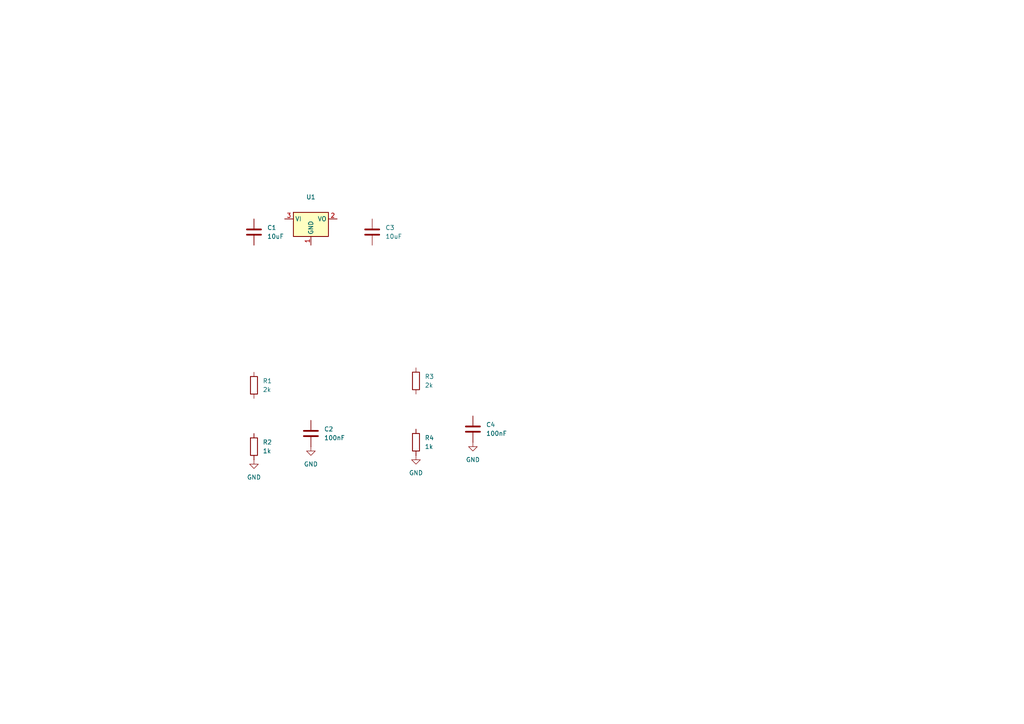
<source format=kicad_sch>
(kicad_sch (version 20231120) (generator "eeschema") (generator_version "8.0")
  (paper "A4")
  (lib_symbols
    (symbol "Device:C" (pin_numbers hide) (pin_names (offset 0.254))
      (property "Reference" "C" (at 0.635 2.54 0))
      (property "Value" "C" (at 0.635 -2.54 0))
      (symbol "C_0_1"
        (polyline (pts (xy -2.032 -0.762) (xy 2.032 -0.762)) (stroke (width 0.508)))
        (polyline (pts (xy -2.032 0.762) (xy 2.032 0.762)) (stroke (width 0.508)))
      )
      (symbol "C_1_1"
        (pin passive line (at 0 3.81 270) (length 2.794) (name "~") (number "1"))
        (pin passive line (at 0 -3.81 90) (length 2.794) (name "~") (number "2"))
      )
    )
    (symbol "Device:R" (pin_numbers hide) (pin_names (offset 0))
      (property "Reference" "R" (at 2.032 0 90))
      (property "Value" "R" (at 0 0 90))
      (symbol "R_0_1"
        (rectangle (start -1.016 -2.54) (end 1.016 2.54) (stroke (width 0.254)))
      )
      (symbol "R_1_1"
        (pin passive line (at 0 3.81 270) (length 1.27) (name "~") (number "1"))
        (pin passive line (at 0 -3.81 90) (length 1.27) (name "~") (number "2"))
      )
    )
    (symbol "Regulator_Linear:NCP1117-3.3_SOT223"
      (property "Reference" "U" (at -3.81 3.175 0))
      (property "Value" "NCP1117-3.3_SOT223" (at 0 3.175 0))
      (symbol "NCP1117-3.3_SOT223_0_1"
        (rectangle (start -5.08 -5.08) (end 5.08 1.905) (stroke (width 0.254)) (fill (type background)))
      )
      (symbol "NCP1117-3.3_SOT223_1_1"
        (pin power_in line (at 0 -7.62 90) (length 2.54) (name "GND") (number "1"))
        (pin power_out line (at 7.62 0 180) (length 2.54) (name "VO") (number "2"))
        (pin power_in line (at -7.62 0 0) (length 2.54) (name "VI") (number "3"))
      )
    )
    (symbol "power:GND" (power) (pin_numbers hide) (pin_names (offset 0) hide)
      (property "Value" "GND" (at 0 -3.81 0))
      (symbol "GND_0_1"
        (polyline (pts (xy 0 0) (xy 0 -1.27) (xy 1.27 -1.27) (xy 0 -2.54) (xy -1.27 -1.27) (xy 0 -1.27)))
      )
      (symbol "GND_1_1"
        (pin power_in line (at 0 0 270) (length 0) (name "~") (number "1"))
      )
    )
  )
  (symbol (lib_id "power:GND") (at 73.66 133.35 0) (unit 1)
    (property "Reference" "#PWR01" (effects (hide yes)))
    (property "Value" "GND" (at 73.66 138.43 0))
    (property "Description" "Power symbol creates a global label with name \"GND\" , ground" (effects (hide yes)))
  )
  (symbol (lib_id "power:GND") (at 137.16 128.27 0) (unit 1)
    (property "Reference" "#PWR04" (effects (hide yes)))
    (property "Value" "GND" (at 137.16 133.35 0))
    (property "Description" "Power symbol creates a global label with name \"GND\" , ground" (effects (hide yes)))
  )
  (symbol (lib_id "Regulator_Linear:NCP1117-3.3_SOT223") (at 90.17 63.5 0) (unit 1)
    (property "Reference" "U1" (at 90.17 57.15 0))
    (property "Value" "NCP1117-3.3_SOT223" (effects (hide yes)))
    (property "Footprint" "Package_TO_SOT_SMD:SOT-223-3_TabPin2" (effects (hide yes)))
    (property "Datasheet" "http://www.onsemi.com/pub_link/Collateral/NCP1117-D.PDF" (effects (hide yes)))
    (property "Description" "1A Low drop-out regulator, Fixed Output 3.3V, SOT-223" (effects (hide yes)))
  )
  (symbol (lib_id "Device:C") (at 107.95 67.31 0) (unit 1)
    (property "Reference" "C3" (at 111.76 66.0399 0) (effects (justify left)))
    (property "Value" "10uF" (at 111.76 68.5799 0) (effects (justify left)))
    (property "Footprint" "Capacitor_SMD:C_0603_1608Metric" (effects (hide yes)))
    (property "Description" "Unpolarized capacitor" (effects (hide yes)))
  )
  (symbol (lib_id "Device:R") (at 73.66 111.76 0) (unit 1)
    (property "Reference" "R1" (at 76.2 110.4899 0) (effects (justify left)))
    (property "Value" "2k" (at 76.2 113.0299 0) (effects (justify left)))
    (property "Footprint" "Resistor_SMD:R_0603_1608Metric" (effects (hide yes)))
    (property "Description" "Resistor" (effects (hide yes)))
  )
  (symbol (lib_id "Device:C") (at 73.66 67.31 0) (unit 1)
    (property "Reference" "C1" (at 77.47 66.0399 0) (effects (justify left)))
    (property "Value" "10uF" (at 77.47 68.5799 0) (effects (justify left)))
    (property "Footprint" "Capacitor_SMD:C_0603_1608Metric" (effects (hide yes)))
    (property "Description" "Unpolarized capacitor" (effects (hide yes)))
  )
  (symbol (lib_id "Device:C") (at 90.17 125.73 0) (unit 1)
    (property "Reference" "C2" (at 93.98 124.4599 0) (effects (justify left)))
    (property "Value" "100nF" (at 93.98 126.9999 0) (effects (justify left)))
    (property "Footprint" "Capacitor_SMD:C_0603_1608Metric" (effects (hide yes)))
    (property "Description" "Unpolarized capacitor" (effects (hide yes)))
  )
  (symbol (lib_id "Device:R") (at 120.65 128.27 0) (unit 1)
    (property "Reference" "R4" (at 123.19 126.9999 0) (effects (justify left)))
    (property "Value" "1k" (at 123.19 129.5399 0) (effects (justify left)))
    (property "Footprint" "Resistor_SMD:R_0603_1608Metric" (effects (hide yes)))
    (property "Description" "Resistor" (effects (hide yes)))
  )
  (symbol (lib_id "power:GND") (at 90.17 129.54 0) (unit 1)
    (property "Reference" "#PWR02" (effects (hide yes)))
    (property "Value" "GND" (at 90.17 134.62 0))
    (property "Description" "Power symbol creates a global label with name \"GND\" , ground" (effects (hide yes)))
  )
  (symbol (lib_id "Device:C") (at 137.16 124.46 0) (unit 1)
    (property "Reference" "C4" (at 140.97 123.1899 0) (effects (justify left)))
    (property "Value" "100nF" (at 140.97 125.7299 0) (effects (justify left)))
    (property "Footprint" "Capacitor_SMD:C_0603_1608Metric" (effects (hide yes)))
    (property "Description" "Unpolarized capacitor" (effects (hide yes)))
  )
  (symbol (lib_id "Device:R") (at 120.65 110.49 0) (unit 1)
    (property "Reference" "R3" (at 123.19 109.2199 0) (effects (justify left)))
    (property "Value" "2k" (at 123.19 111.7599 0) (effects (justify left)))
    (property "Footprint" "Resistor_SMD:R_0603_1608Metric" (effects (hide yes)))
    (property "Description" "Resistor" (effects (hide yes)))
  )
  (symbol (lib_id "power:GND") (at 120.65 132.08 0) (unit 1)
    (property "Reference" "#PWR03" (effects (hide yes)))
    (property "Value" "GND" (at 120.65 137.16 0))
    (property "Description" "Power symbol creates a global label with name \"GND\" , ground" (effects (hide yes)))
  )
  (symbol (lib_id "Device:R") (at 73.66 129.54 0) (unit 1)
    (property "Reference" "R2" (at 76.2 128.2699 0) (effects (justify left)))
    (property "Value" "1k" (at 76.2 130.8099 0) (effects (justify left)))
    (property "Footprint" "Resistor_SMD:R_0603_1608Metric" (effects (hide yes)))
    (property "Description" "Resistor" (effects (hide yes)))
  )
)
</source>
